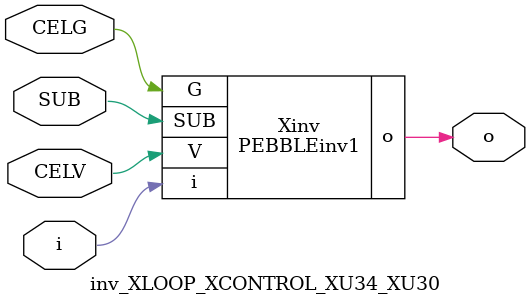
<source format=v>



module PEBBLEinv1 ( o, G, SUB, V, i );

  input V;
  input i;
  input G;
  output o;
  input SUB;
endmodule

//Celera Confidential Do Not Copy inv_XLOOP_XCONTROL_XU34_XU30
//Celera Confidential Symbol Generator
//5V Inverter
module inv_XLOOP_XCONTROL_XU34_XU30 (CELV,CELG,i,o,SUB);
input CELV;
input CELG;
input i;
input SUB;
output o;

//Celera Confidential Do Not Copy inv
PEBBLEinv1 Xinv(
.V (CELV),
.i (i),
.o (o),
.SUB (SUB),
.G (CELG)
);
//,diesize,PEBBLEinv1

//Celera Confidential Do Not Copy Module End
//Celera Schematic Generator
endmodule

</source>
